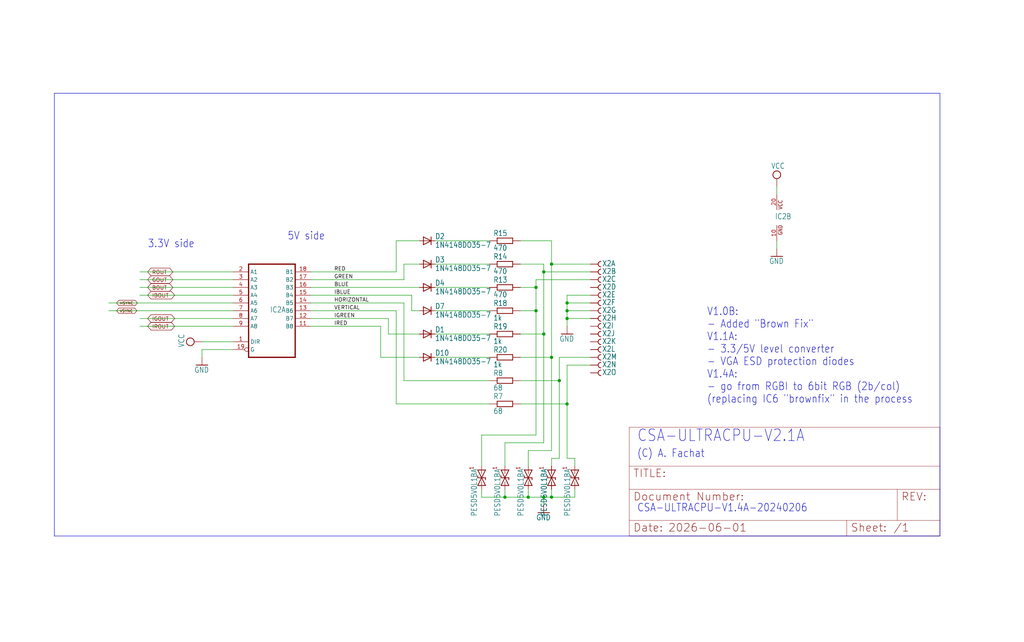
<source format=kicad_sch>
(kicad_sch (version 20231120) (generator "eeschema") (generator_version "8.0")
  (paper "User" 334.823 210.007)
  (lib_symbols
    (symbol "csa_ultracpu-eagle-import:1N4148DO35-7"
      (property "Reference" "D" (at 2.54 0.4826 0))
      (symbol "1N4148DO35-7_1_0"
        (polyline (pts (xy -1.27 -1.27) (xy 1.27 0)) (stroke (width 0.254)))
        (polyline (pts (xy -1.27 1.27) (xy -1.27 -1.27)) (stroke (width 0.254)))
        (polyline (pts (xy 1.27 0) (xy -1.27 1.27)) (stroke (width 0.254)))
        (polyline (pts (xy 1.27 0) (xy 1.27 -1.27)) (stroke (width 0.254)))
        (polyline (pts (xy 1.27 1.27) (xy 1.27 0)) (stroke (width 0.254)))
        (pin passive line (at -2.54 0 0) (length 2.54) (name "A") (number "A"))
        (pin passive line (at 2.54 0 180) (length 2.54) (name "C") (number "C"))
      )
    )
    (symbol "csa_ultracpu-eagle-import:74245DW"
      (property "Reference" "IC" (at -0.635 -0.635 0))
      (symbol "74245DW_1_0"
        (polyline (pts (xy -7.62 -15.24) (xy 7.62 -15.24)) (stroke (width 0.4064)))
        (polyline (pts (xy -7.62 15.24) (xy -7.62 -15.24)) (stroke (width 0.4064)))
        (polyline (pts (xy 7.62 -15.24) (xy 7.62 15.24)) (stroke (width 0.4064)))
        (polyline (pts (xy 7.62 15.24) (xy -7.62 15.24)) (stroke (width 0.4064)))
        (pin input line (at -12.7 -10.16 0) (length 5.08) (name "DIR") (number "1"))
        (pin bidirectional line (at 12.7 -5.08 180) (length 5.08) (name "B8") (number "11"))
        (pin bidirectional line (at 12.7 -2.54 180) (length 5.08) (name "B7") (number "12"))
        (pin bidirectional line (at 12.7 0 180) (length 5.08) (name "B6") (number "13"))
        (pin bidirectional line (at 12.7 2.54 180) (length 5.08) (name "B5") (number "14"))
        (pin bidirectional line (at 12.7 5.08 180) (length 5.08) (name "B4") (number "15"))
        (pin bidirectional line (at 12.7 7.62 180) (length 5.08) (name "B3") (number "16"))
        (pin bidirectional line (at 12.7 10.16 180) (length 5.08) (name "B2") (number "17"))
        (pin bidirectional line (at 12.7 12.7 180) (length 5.08) (name "B1") (number "18"))
        (pin input inverted (at -12.7 -12.7 0) (length 5.08) (name "G") (number "19"))
        (pin bidirectional line (at -12.7 12.7 0) (length 5.08) (name "A1") (number "2"))
        (pin bidirectional line (at -12.7 10.16 0) (length 5.08) (name "A2") (number "3"))
        (pin bidirectional line (at -12.7 7.62 0) (length 5.08) (name "A3") (number "4"))
        (pin bidirectional line (at -12.7 5.08 0) (length 5.08) (name "A4") (number "5"))
        (pin bidirectional line (at -12.7 2.54 0) (length 5.08) (name "A5") (number "6"))
        (pin bidirectional line (at -12.7 0 0) (length 5.08) (name "A6") (number "7"))
        (pin bidirectional line (at -12.7 -2.54 0) (length 5.08) (name "A7") (number "8"))
        (pin bidirectional line (at -12.7 -5.08 0) (length 5.08) (name "A8") (number "9"))
      )
      (symbol "74245DW_2_0"
        (text "GND" (at 1.905 -5.842 900) (effects (font (size 1.27 1.0795)) (justify left bottom)))
        (text "VCC" (at 1.905 2.54 900) (effects (font (size 1.27 1.0795)) (justify left bottom)))
        (pin power_in line (at 0 -7.62 90) (length 5.08) (name "GND") (number "10"))
        (pin power_in line (at 0 7.62 270) (length 5.08) (name "VCC") (number "20"))
      )
    )
    (symbol "csa_ultracpu-eagle-import:D-SUB15-HDR15RA"
      (property "Reference" "X" (at 1.27 -0.762 0))
      (symbol "D-SUB15-HDR15RA_1_0"
        (arc (start 0.889 0.889) (mid 0 0) (end 0.889 -0.889) (stroke (width 0.254)))
        (pin passive line (at -2.54 0 0) (length 2.54) (name "F") (number "1"))
      )
      (symbol "D-SUB15-HDR15RA_2_0"
        (arc (start 0.889 0.889) (mid 0 0) (end 0.889 -0.889) (stroke (width 0.254)))
        (pin passive line (at -2.54 0 0) (length 2.54) (name "F") (number "2"))
      )
      (symbol "D-SUB15-HDR15RA_3_0"
        (arc (start 0.889 0.889) (mid 0 0) (end 0.889 -0.889) (stroke (width 0.254)))
        (pin passive line (at -2.54 0 0) (length 2.54) (name "F") (number "3"))
      )
      (symbol "D-SUB15-HDR15RA_4_0"
        (arc (start 0.889 0.889) (mid 0 0) (end 0.889 -0.889) (stroke (width 0.254)))
        (pin passive line (at -2.54 0 0) (length 2.54) (name "F") (number "4"))
      )
      (symbol "D-SUB15-HDR15RA_5_0"
        (arc (start 0.889 0.889) (mid 0 0) (end 0.889 -0.889) (stroke (width 0.254)))
        (pin passive line (at -2.54 0 0) (length 2.54) (name "F") (number "5"))
      )
      (symbol "D-SUB15-HDR15RA_6_0"
        (arc (start 0.889 0.889) (mid 0 0) (end 0.889 -0.889) (stroke (width 0.254)))
        (pin passive line (at -2.54 0 0) (length 2.54) (name "F") (number "6"))
      )
      (symbol "D-SUB15-HDR15RA_7_0"
        (arc (start 0.889 0.889) (mid 0 0) (end 0.889 -0.889) (stroke (width 0.254)))
        (pin passive line (at -2.54 0 0) (length 2.54) (name "F") (number "7"))
      )
      (symbol "D-SUB15-HDR15RA_8_0"
        (arc (start 0.889 0.889) (mid 0 0) (end 0.889 -0.889) (stroke (width 0.254)))
        (pin passive line (at -2.54 0 0) (length 2.54) (name "F") (number "8"))
      )
      (symbol "D-SUB15-HDR15RA_9_0"
        (arc (start 0.889 0.889) (mid 0 0) (end 0.889 -0.889) (stroke (width 0.254)))
        (pin passive line (at -2.54 0 0) (length 2.54) (name "F") (number "9"))
      )
      (symbol "D-SUB15-HDR15RA_10_0"
        (arc (start 0.889 0.889) (mid 0 0) (end 0.889 -0.889) (stroke (width 0.254)))
        (pin passive line (at -2.54 0 0) (length 2.54) (name "F") (number "10"))
      )
      (symbol "D-SUB15-HDR15RA_11_0"
        (arc (start 0.889 0.889) (mid 0 0) (end 0.889 -0.889) (stroke (width 0.254)))
        (pin passive line (at -2.54 0 0) (length 2.54) (name "F") (number "11"))
      )
      (symbol "D-SUB15-HDR15RA_12_0"
        (arc (start 0.889 0.889) (mid 0 0) (end 0.889 -0.889) (stroke (width 0.254)))
        (pin passive line (at -2.54 0 0) (length 2.54) (name "F") (number "12"))
      )
      (symbol "D-SUB15-HDR15RA_13_0"
        (arc (start 0.889 0.889) (mid 0 0) (end 0.889 -0.889) (stroke (width 0.254)))
        (pin passive line (at -2.54 0 0) (length 2.54) (name "F") (number "13"))
      )
      (symbol "D-SUB15-HDR15RA_14_0"
        (arc (start 0.889 0.889) (mid 0 0) (end 0.889 -0.889) (stroke (width 0.254)))
        (pin passive line (at -2.54 0 0) (length 2.54) (name "F") (number "14"))
      )
      (symbol "D-SUB15-HDR15RA_15_0"
        (arc (start 0.889 0.889) (mid 0 0) (end 0.889 -0.889) (stroke (width 0.254)))
        (pin passive line (at -2.54 0 0) (length 2.54) (name "F") (number "15"))
      )
    )
    (symbol "csa_ultracpu-eagle-import:DOCFIELD"
      (symbol "DOCFIELD_1_0"
        (polyline (pts (xy 0 0) (xy 0 5.08)) (stroke (width 0.1016)))
        (polyline (pts (xy 0 0) (xy 71.12 0)) (stroke (width 0.1016)))
        (polyline (pts (xy 0 5.08) (xy 0 15.24)) (stroke (width 0.1016)))
        (polyline (pts (xy 0 5.08) (xy 71.12 5.08)) (stroke (width 0.1016)))
        (polyline (pts (xy 0 15.24) (xy 0 22.86)) (stroke (width 0.1016)))
        (polyline (pts (xy 0 22.86) (xy 0 35.56)) (stroke (width 0.1016)))
        (polyline (pts (xy 0 22.86) (xy 101.6 22.86)) (stroke (width 0.1016)))
        (polyline (pts (xy 71.12 0) (xy 101.6 0)) (stroke (width 0.1016)))
        (polyline (pts (xy 71.12 5.08) (xy 71.12 0)) (stroke (width 0.1016)))
        (polyline (pts (xy 71.12 5.08) (xy 87.63 5.08)) (stroke (width 0.1016)))
        (polyline (pts (xy 87.63 5.08) (xy 101.6 5.08)) (stroke (width 0.1016)))
        (polyline (pts (xy 87.63 15.24) (xy 0 15.24)) (stroke (width 0.1016)))
        (polyline (pts (xy 87.63 15.24) (xy 87.63 5.08)) (stroke (width 0.1016)))
        (polyline (pts (xy 101.6 5.08) (xy 101.6 0)) (stroke (width 0.1016)))
        (polyline (pts (xy 101.6 15.24) (xy 87.63 15.24)) (stroke (width 0.1016)))
        (polyline (pts (xy 101.6 15.24) (xy 101.6 5.08)) (stroke (width 0.1016)))
        (polyline (pts (xy 101.6 22.86) (xy 101.6 15.24)) (stroke (width 0.1016)))
        (polyline (pts (xy 101.6 35.56) (xy 0 35.56)) (stroke (width 0.1016)))
        (polyline (pts (xy 101.6 35.56) (xy 101.6 22.86)) (stroke (width 0.1016)))
        (text "${#}/${##}" (at 86.36 1.27 0) (effects (font (size 2.54 2.54)) (justify left bottom)))
        (text "${CURRENT_DATE}" (at 12.7 1.27 0) (effects (font (size 2.54 2.54)) (justify left bottom)))
        (text "${PROJECTNAME}" (at 17.78 19.05 0) (effects (font (size 2.54 2.54)) (justify left bottom)))
        (text "Date:" (at 1.27 1.27 0) (effects (font (size 2.54 2.54)) (justify left bottom)))
        (text "Document Number:" (at 1.27 11.43 0) (effects (font (size 2.54 2.54)) (justify left bottom)))
        (text "REV:" (at 88.9 11.43 0) (effects (font (size 2.54 2.54)) (justify left bottom)))
        (text "Sheet:" (at 72.39 1.27 0) (effects (font (size 2.54 2.54)) (justify left bottom)))
        (text "TITLE:" (at 1.27 19.05 0) (effects (font (size 2.54 2.54)) (justify left bottom)))
      )
    )
    (symbol "csa_ultracpu-eagle-import:ESDBIDIR"
      (symbol "ESDBIDIR_1_0"
        (polyline (pts (xy -3.81 -1.27) (xy -1.27 0)) (stroke (width 0.254)))
        (polyline (pts (xy -3.81 1.27) (xy -3.81 -1.27)) (stroke (width 0.254)))
        (polyline (pts (xy -1.27 -1.27) (xy -1.905 -1.27)) (stroke (width 0.254)))
        (polyline (pts (xy -1.27 0) (xy -3.81 1.27)) (stroke (width 0.254)))
        (polyline (pts (xy -1.27 0) (xy -1.27 -1.27)) (stroke (width 0.254)))
        (polyline (pts (xy -1.27 0) (xy 1.27 1.27)) (stroke (width 0.254)))
        (polyline (pts (xy -1.27 1.27) (xy -1.27 0)) (stroke (width 0.254)))
        (polyline (pts (xy -0.635 1.27) (xy -1.27 1.27)) (stroke (width 0.254)))
        (polyline (pts (xy 1.27 -1.27) (xy -1.27 0)) (stroke (width 0.254)))
        (polyline (pts (xy 1.27 1.27) (xy 1.27 -1.27)) (stroke (width 0.254)))
        (text "1" (at -5.08 -2.54 0) (effects (font (size 1.27 1.0795)) (justify left bottom)))
        (pin passive line (at 2.54 0 180) (length 2.54) (name "2") (number "1"))
        (pin passive line (at -5.08 0 0) (length 2.54) (name "1") (number "2"))
      )
    )
    (symbol "csa_ultracpu-eagle-import:GND" (power)
      (symbol "GND_1_0"
        (polyline (pts (xy -1.905 0) (xy 1.905 0)) (stroke (width 0.254)))
        (pin power_in line (at 0 2.54 270) (length 2.54) (name "GND") (number "1"))
      )
    )
    (symbol "csa_ultracpu-eagle-import:R-EU_0204/2V"
      (property "Reference" "R" (at -3.81 1.4986 0))
      (symbol "R-EU_0204/2V_1_0"
        (polyline (pts (xy -2.54 -0.889) (xy -2.54 0.889)) (stroke (width 0.254)))
        (polyline (pts (xy -2.54 -0.889) (xy 2.54 -0.889)) (stroke (width 0.254)))
        (polyline (pts (xy 2.54 -0.889) (xy 2.54 0.889)) (stroke (width 0.254)))
        (polyline (pts (xy 2.54 0.889) (xy -2.54 0.889)) (stroke (width 0.254)))
        (pin passive line (at -5.08 0 0) (length 2.54) (name "1") (number "1"))
        (pin passive line (at 5.08 0 180) (length 2.54) (name "2") (number "2"))
      )
    )
    (symbol "csa_ultracpu-eagle-import:VCC" (power)
      (symbol "VCC_1_0"
        (circle (center 0 1.27) (radius 1.27) (stroke (width 0.254)))
        (pin power_in line (at 0 -2.54 90) (length 2.54) (name "VCC") (number "1"))
      )
    )
  )
  (junction (at 165.1 162.56))
  (junction (at 180.34 116.84))
  (junction (at 185.42 101.6))
  (junction (at 177.8 109.22))
  (junction (at 172.72 162.56))
  (junction (at 185.42 104.14))
  (junction (at 177.8 88.9))
  (junction (at 175.26 93.98))
  (junction (at 185.42 99.06))
  (junction (at 185.42 132.08))
  (junction (at 175.26 101.6))
  (junction (at 182.88 124.46))
  (junction (at 180.34 162.56))
  (junction (at 180.34 86.36))
  (junction (at 177.8 162.56))
  (wire (pts (xy 177.8 88.9) (xy 193.04 88.9)) (stroke (width 0.1524)))
  (wire (pts (xy 76.2 91.44) (xy 45.72 91.44)) (stroke (width 0.1524)))
  (wire (pts (xy 185.42 119.38) (xy 193.04 119.38)) (stroke (width 0.1524)))
  (wire (pts (xy 175.26 93.98) (xy 175.26 91.44)) (stroke (width 0.1524)))
  (wire (pts (xy 124.46 116.84) (xy 137.16 116.84)) (stroke (width 0.1524)))
  (wire (pts (xy 182.88 124.46) (xy 182.88 116.84)) (stroke (width 0.1524)))
  (wire (pts (xy 132.08 99.06) (xy 132.08 124.46)) (stroke (width 0.1524)))
  (wire (pts (xy 175.26 91.44) (xy 193.04 91.44)) (stroke (width 0.1524)))
  (wire (pts (xy 172.72 160.02) (xy 172.72 162.56)) (stroke (width 0.1524)))
  (polyline (pts (xy 17.78 175.26) (xy 17.78 30.48)) (stroke (width 0.1524) (type solid)))
  (wire (pts (xy 76.2 88.9) (xy 45.72 88.9)) (stroke (width 0.1524)))
  (wire (pts (xy 182.88 124.46) (xy 182.88 149.86)) (stroke (width 0.1524)))
  (wire (pts (xy 172.72 162.56) (xy 165.1 162.56)) (stroke (width 0.1524)))
  (wire (pts (xy 170.18 109.22) (xy 177.8 109.22)) (stroke (width 0.1524)))
  (wire (pts (xy 134.62 96.52) (xy 134.62 101.6)) (stroke (width 0.1524)))
  (wire (pts (xy 132.08 86.36) (xy 137.16 86.36)) (stroke (width 0.1524)))
  (wire (pts (xy 101.6 101.6) (xy 129.54 101.6)) (stroke (width 0.1524)))
  (wire (pts (xy 35.56 101.6) (xy 76.2 101.6)) (stroke (width 0.1524)))
  (wire (pts (xy 165.1 152.4) (xy 165.1 144.78)) (stroke (width 0.1524)))
  (polyline (pts (xy 17.78 175.26) (xy 307.34 175.26)) (stroke (width 0.1524) (type solid)))
  (wire (pts (xy 66.04 114.3) (xy 66.04 116.84)) (stroke (width 0.1524)))
  (wire (pts (xy 76.2 114.3) (xy 66.04 114.3)) (stroke (width 0.1524)))
  (wire (pts (xy 185.42 149.86) (xy 187.96 149.86)) (stroke (width 0.1524)))
  (wire (pts (xy 187.96 162.56) (xy 180.34 162.56)) (stroke (width 0.1524)))
  (wire (pts (xy 76.2 93.98) (xy 45.72 93.98)) (stroke (width 0.1524)))
  (wire (pts (xy 129.54 88.9) (xy 129.54 78.74)) (stroke (width 0.1524)))
  (wire (pts (xy 142.24 86.36) (xy 160.02 86.36)) (stroke (width 0.1524)))
  (wire (pts (xy 132.08 124.46) (xy 160.02 124.46)) (stroke (width 0.1524)))
  (wire (pts (xy 182.88 149.86) (xy 180.34 149.86)) (stroke (width 0.1524)))
  (wire (pts (xy 175.26 101.6) (xy 175.26 142.24)) (stroke (width 0.1524)))
  (wire (pts (xy 170.18 132.08) (xy 185.42 132.08)) (stroke (width 0.1524)))
  (wire (pts (xy 137.16 109.22) (xy 127 109.22)) (stroke (width 0.1524)))
  (wire (pts (xy 170.18 124.46) (xy 182.88 124.46)) (stroke (width 0.1524)))
  (wire (pts (xy 76.2 96.52) (xy 45.72 96.52)) (stroke (width 0.1524)))
  (wire (pts (xy 172.72 152.4) (xy 172.72 147.32)) (stroke (width 0.1524)))
  (wire (pts (xy 177.8 144.78) (xy 177.8 109.22)) (stroke (width 0.1524)))
  (wire (pts (xy 180.34 86.36) (xy 193.04 86.36)) (stroke (width 0.1524)))
  (wire (pts (xy 175.26 101.6) (xy 175.26 93.98)) (stroke (width 0.1524)))
  (wire (pts (xy 165.1 160.02) (xy 165.1 162.56)) (stroke (width 0.1524)))
  (wire (pts (xy 193.04 96.52) (xy 185.42 96.52)) (stroke (width 0.1524)))
  (wire (pts (xy 129.54 101.6) (xy 129.54 132.08)) (stroke (width 0.1524)))
  (wire (pts (xy 175.26 142.24) (xy 157.48 142.24)) (stroke (width 0.1524)))
  (wire (pts (xy 180.34 162.56) (xy 177.8 162.56)) (stroke (width 0.1524)))
  (wire (pts (xy 76.2 106.68) (xy 45.72 106.68)) (stroke (width 0.1524)))
  (wire (pts (xy 254 60.96) (xy 254 63.5)) (stroke (width 0.1524)))
  (wire (pts (xy 165.1 162.56) (xy 157.48 162.56)) (stroke (width 0.1524)))
  (wire (pts (xy 187.96 152.4) (xy 187.96 149.86)) (stroke (width 0.1524)))
  (wire (pts (xy 177.8 162.56) (xy 172.72 162.56)) (stroke (width 0.1524)))
  (wire (pts (xy 157.48 142.24) (xy 157.48 152.4)) (stroke (width 0.1524)))
  (wire (pts (xy 187.96 160.02) (xy 187.96 162.56)) (stroke (width 0.1524)))
  (wire (pts (xy 185.42 96.52) (xy 185.42 99.06)) (stroke (width 0.1524)))
  (wire (pts (xy 134.62 101.6) (xy 137.16 101.6)) (stroke (width 0.1524)))
  (wire (pts (xy 101.6 91.44) (xy 132.08 91.44)) (stroke (width 0.1524)))
  (wire (pts (xy 129.54 132.08) (xy 160.02 132.08)) (stroke (width 0.1524)))
  (wire (pts (xy 127 109.22) (xy 127 104.14)) (stroke (width 0.1524)))
  (polyline (pts (xy 17.78 30.48) (xy 307.34 30.48)) (stroke (width 0.1524) (type solid)))
  (wire (pts (xy 124.46 106.68) (xy 124.46 116.84)) (stroke (width 0.1524)))
  (wire (pts (xy 177.8 88.9) (xy 177.8 86.36)) (stroke (width 0.1524)))
  (wire (pts (xy 101.6 88.9) (xy 129.54 88.9)) (stroke (width 0.1524)))
  (wire (pts (xy 142.24 93.98) (xy 160.02 93.98)) (stroke (width 0.1524)))
  (wire (pts (xy 254 78.74) (xy 254 81.28)) (stroke (width 0.1524)))
  (wire (pts (xy 170.18 101.6) (xy 175.26 101.6)) (stroke (width 0.1524)))
  (wire (pts (xy 185.42 101.6) (xy 185.42 104.14)) (stroke (width 0.1524)))
  (wire (pts (xy 66.04 111.76) (xy 76.2 111.76)) (stroke (width 0.1524)))
  (wire (pts (xy 101.6 93.98) (xy 137.16 93.98)) (stroke (width 0.1524)))
  (wire (pts (xy 185.42 132.08) (xy 185.42 149.86)) (stroke (width 0.1524)))
  (wire (pts (xy 170.18 116.84) (xy 180.34 116.84)) (stroke (width 0.1524)))
  (wire (pts (xy 76.2 104.14) (xy 45.72 104.14)) (stroke (width 0.1524)))
  (wire (pts (xy 132.08 91.44) (xy 132.08 86.36)) (stroke (width 0.1524)))
  (wire (pts (xy 160.02 109.22) (xy 142.24 109.22)) (stroke (width 0.1524)))
  (wire (pts (xy 177.8 109.22) (xy 177.8 88.9)) (stroke (width 0.1524)))
  (wire (pts (xy 180.34 147.32) (xy 180.34 116.84)) (stroke (width 0.1524)))
  (wire (pts (xy 170.18 78.74) (xy 180.34 78.74)) (stroke (width 0.1524)))
  (wire (pts (xy 165.1 144.78) (xy 177.8 144.78)) (stroke (width 0.1524)))
  (wire (pts (xy 142.24 78.74) (xy 160.02 78.74)) (stroke (width 0.1524)))
  (wire (pts (xy 142.24 101.6) (xy 160.02 101.6)) (stroke (width 0.1524)))
  (wire (pts (xy 160.02 116.84) (xy 142.24 116.84)) (stroke (width 0.1524)))
  (wire (pts (xy 185.42 132.08) (xy 185.42 119.38)) (stroke (width 0.1524)))
  (wire (pts (xy 157.48 160.02) (xy 157.48 162.56)) (stroke (width 0.1524)))
  (wire (pts (xy 193.04 99.06) (xy 185.42 99.06)) (stroke (width 0.1524)))
  (wire (pts (xy 185.42 99.06) (xy 185.42 101.6)) (stroke (width 0.1524)))
  (wire (pts (xy 35.56 99.06) (xy 76.2 99.06)) (stroke (width 0.1524)))
  (wire (pts (xy 170.18 93.98) (xy 175.26 93.98)) (stroke (width 0.1524)))
  (wire (pts (xy 172.72 147.32) (xy 180.34 147.32)) (stroke (width 0.1524)))
  (wire (pts (xy 182.88 116.84) (xy 193.04 116.84)) (stroke (width 0.1524)))
  (wire (pts (xy 101.6 96.52) (xy 134.62 96.52)) (stroke (width 0.1524)))
  (wire (pts (xy 101.6 99.06) (xy 132.08 99.06)) (stroke (width 0.1524)))
  (wire (pts (xy 185.42 104.14) (xy 185.42 106.68)) (stroke (width 0.1524)))
  (wire (pts (xy 101.6 106.68) (xy 124.46 106.68)) (stroke (width 0.1524)))
  (wire (pts (xy 177.8 86.36) (xy 170.18 86.36)) (stroke (width 0.1524)))
  (polyline (pts (xy 307.34 175.26) (xy 307.34 30.48)) (stroke (width 0.1524) (type solid)))
  (wire (pts (xy 193.04 104.14) (xy 185.42 104.14)) (stroke (width 0.1524)))
  (wire (pts (xy 180.34 160.02) (xy 180.34 162.56)) (stroke (width 0.1524)))
  (wire (pts (xy 180.34 116.84) (xy 180.34 86.36)) (stroke (width 0.1524)))
  (wire (pts (xy 127 104.14) (xy 101.6 104.14)) (stroke (width 0.1524)))
  (wire (pts (xy 180.34 152.4) (xy 180.34 149.86)) (stroke (width 0.1524)))
  (wire (pts (xy 129.54 78.74) (xy 137.16 78.74)) (stroke (width 0.1524)))
  (wire (pts (xy 180.34 78.74) (xy 180.34 86.36)) (stroke (width 0.1524)))
  (wire (pts (xy 177.8 162.56) (xy 177.8 165.1)) (stroke (width 0.1524)))
  (wire (pts (xy 193.04 101.6) (xy 185.42 101.6)) (stroke (width 0.1524)))
  (text "(C) A. Fachat" (at 208.28 149.86 0) (effects (font (size 2.54 2.159)) (justify left bottom)))
  (text "CSA-ULTRACPU-V1.4A-20240206" (at 208.28 167.64 0) (effects (font (size 2.54 2.159)) (justify left bottom)))
  (text "5V side" (at 93.98 78.74 0) (effects (font (size 2.54 2.159)) (justify left bottom)))
  (text "V1.0B:\n- Added \"Brown Fix\"\nV1.1A:\n- 3.3/5V level converter\n- VGA ESD protection diodes\nV1.4A:\n- go from RGBI to 6bit RGB (2b/col)\n(replacing IC6 \"brownfix\" in the process" (at 231.14 132.08 0) (effects (font (size 2.54 2.159)) (justify left bottom)))
  (text "3.3V side" (at 48.26 81.28 0) (effects (font (size 2.54 2.159)) (justify left bottom)))
  (text "CSA-ULTRACPU-V2.1A" (at 208.28 144.78 0) (effects (font (size 3.81 3.2385)) (justify left bottom)))
  (label "RED" (at 109.22 88.9 0) (effects (font (size 1.2446 1.2446))))
  (label "IGREEN" (at 109.22 104.14 0) (effects (font (size 1.2446 1.2446))))
  (label "VERTICAL" (at 109.22 101.6 0) (effects (font (size 1.2446 1.2446))))
  (label "IBLUE" (at 109.22 96.52 0) (effects (font (size 1.2446 1.2446))))
  (label "GREEN" (at 109.22 91.44 0) (effects (font (size 1.2446 1.2446))))
  (label "HORIZONTAL" (at 109.22 99.06 0) (effects (font (size 1.2446 1.2446))))
  (label "BLUE" (at 109.22 93.98 0) (effects (font (size 1.2446 1.2446))))
  (label "IRED" (at 109.22 106.68 0) (effects (font (size 1.2446 1.2446))))
  (global_label "IGOUT" (shape bidirectional) (at 48.26 104.14 0) (effects (font (size 1.2446 1.2446))) (property "Intersheetrefs" "${INTERSHEET_REFS}" (effects (hide yes))))
  (global_label "IBOUT" (shape bidirectional) (at 48.26 96.52 0) (effects (font (size 1.2446 1.2446))) (property "Intersheetrefs" "${INTERSHEET_REFS}" (effects (hide yes))))
  (global_label "HSYNC" (shape bidirectional) (at 38.1 99.06 0) (effects (font (size 0.889 0.889))) (property "Intersheetrefs" "${INTERSHEET_REFS}" (effects (hide yes))))
  (global_label "ROUT" (shape bidirectional) (at 48.26 88.9 0) (effects (font (size 1.2446 1.2446))) (property "Intersheetrefs" "${INTERSHEET_REFS}" (effects (hide yes))))
  (global_label "VSYNC" (shape bidirectional) (at 38.1 101.6 0) (effects (font (size 0.889 0.889))) (property "Intersheetrefs" "${INTERSHEET_REFS}" (effects (hide yes))))
  (global_label "IROUT" (shape bidirectional) (at 48.26 106.68 0) (effects (font (size 1.2446 1.2446))) (property "Intersheetrefs" "${INTERSHEET_REFS}" (effects (hide yes))))
  (global_label "GOUT" (shape bidirectional) (at 48.26 91.44 0) (effects (font (size 1.2446 1.2446))) (property "Intersheetrefs" "${INTERSHEET_REFS}" (effects (hide yes))))
  (global_label "BOUT" (shape bidirectional) (at 48.26 93.98 0) (effects (font (size 1.2446 1.2446))) (property "Intersheetrefs" "${INTERSHEET_REFS}" (effects (hide yes))))
  (symbol (lib_id "csa_ultracpu-eagle-import:1N4148DO35-7") (at 139.7 109.22 0) (unit 1)
    (property "Reference" "D1" (at 142.24 108.7374 0) (effects (font (size 1.778 1.5113)) (justify left bottom)))
    (property "Value" "1N4148DO35-7" (at 142.24 111.5314 0) (effects (font (size 1.778 1.5113)) (justify left bottom)))
    (property "Footprint" "csa_ultracpu:DO35-7" (effects (hide yes)))
  )
  (symbol (lib_id "csa_ultracpu-eagle-import:1N4148DO35-7") (at 139.7 101.6 0) (unit 1)
    (property "Reference" "D7" (at 142.24 101.1174 0) (effects (font (size 1.778 1.5113)) (justify left bottom)))
    (property "Value" "1N4148DO35-7" (at 142.24 103.9114 0) (effects (font (size 1.778 1.5113)) (justify left bottom)))
    (property "Footprint" "csa_ultracpu:DO35-7" (effects (hide yes)))
  )
  (symbol (lib_id "csa_ultracpu-eagle-import:ESDBIDIR") (at 157.48 157.48 270) (unit 1)
    (property "Reference" "U$11" (effects (hide yes)))
    (property "Value" "PESD5V0L1BA" (at 154.051 153.162 0) (effects (font (size 1.778 1.5113)) (justify left bottom)))
    (property "Footprint" "csa_ultracpu:SOD323" (effects (hide yes)))
  )
  (symbol (lib_id "csa_ultracpu-eagle-import:GND") (at 66.04 119.38 0) (unit 1)
    (property "Reference" "#GND013" (effects (hide yes)))
    (property "Value" "GND" (at 63.5 121.92 0) (effects (font (size 1.778 1.5113)) (justify left bottom)))
  )
  (symbol (lib_id "csa_ultracpu-eagle-import:D-SUB15-HDR15RA") (at 195.58 101.6 0) (unit 7)
    (property "Reference" "X2" (at 196.85 102.362 0) (effects (font (size 1.778 1.5113)) (justify left bottom)))
    (property "Value" "D-SUB15-HDR15RA" (effects (hide yes)))
    (property "Footprint" "csa_ultracpu:HDR15RA" (effects (hide yes)))
  )
  (symbol (lib_id "csa_ultracpu-eagle-import:74245DW") (at 88.9 101.6 0) (unit 1)
    (property "Reference" "IC2" (at 88.265 102.235 0) (effects (font (size 1.778 1.5113)) (justify left bottom)))
    (property "Value" "74HCT245DW" (effects (hide yes)))
    (property "Footprint" "csa_ultracpu:SO20W" (effects (hide yes)))
  )
  (symbol (lib_id "csa_ultracpu-eagle-import:D-SUB15-HDR15RA") (at 195.58 93.98 0) (unit 4)
    (property "Reference" "X2" (at 196.85 94.742 0) (effects (font (size 1.778 1.5113)) (justify left bottom)))
    (property "Value" "D-SUB15-HDR15RA" (effects (hide yes)))
    (property "Footprint" "csa_ultracpu:HDR15RA" (effects (hide yes)))
  )
  (symbol (lib_id "csa_ultracpu-eagle-import:1N4148DO35-7") (at 139.7 86.36 0) (unit 1)
    (property "Reference" "D3" (at 142.24 85.8774 0) (effects (font (size 1.778 1.5113)) (justify left bottom)))
    (property "Value" "1N4148DO35-7" (at 142.24 88.6714 0) (effects (font (size 1.778 1.5113)) (justify left bottom)))
    (property "Footprint" "csa_ultracpu:DO35-7" (effects (hide yes)))
  )
  (symbol (lib_id "csa_ultracpu-eagle-import:D-SUB15-HDR15RA") (at 195.58 104.14 0) (unit 8)
    (property "Reference" "X2" (at 196.85 104.902 0) (effects (font (size 1.778 1.5113)) (justify left bottom)))
    (property "Value" "D-SUB15-HDR15RA" (effects (hide yes)))
    (property "Footprint" "csa_ultracpu:HDR15RA" (effects (hide yes)))
  )
  (symbol (lib_id "csa_ultracpu-eagle-import:DOCFIELD") (at 205.74 175.26 0) (unit 1)
    (property "Reference" "#FRAME4" (effects (hide yes)))
    (property "Value" "DOCFIELD" (effects (hide yes)))
  )
  (symbol (lib_id "csa_ultracpu-eagle-import:D-SUB15-HDR15RA") (at 195.58 121.92 0) (unit 15)
    (property "Reference" "X2" (at 196.85 122.682 0) (effects (font (size 1.778 1.5113)) (justify left bottom)))
    (property "Value" "D-SUB15-HDR15RA" (effects (hide yes)))
    (property "Footprint" "csa_ultracpu:HDR15RA" (effects (hide yes)))
  )
  (symbol (lib_id "csa_ultracpu-eagle-import:D-SUB15-HDR15RA") (at 195.58 116.84 0) (unit 13)
    (property "Reference" "X2" (at 196.85 117.602 0) (effects (font (size 1.778 1.5113)) (justify left bottom)))
    (property "Value" "D-SUB15-HDR15RA" (effects (hide yes)))
    (property "Footprint" "csa_ultracpu:HDR15RA" (effects (hide yes)))
  )
  (symbol (lib_id "csa_ultracpu-eagle-import:R-EU_0204/2V") (at 165.1 124.46 0) (unit 1)
    (property "Reference" "R8" (at 161.29 122.9614 0) (effects (font (size 1.778 1.5113)) (justify left bottom)))
    (property "Value" "68" (at 161.29 127.762 0) (effects (font (size 1.778 1.5113)) (justify left bottom)))
    (property "Footprint" "csa_ultracpu:0204V" (effects (hide yes)))
  )
  (symbol (lib_id "csa_ultracpu-eagle-import:ESDBIDIR") (at 180.34 157.48 270) (unit 1)
    (property "Reference" "U$6" (effects (hide yes)))
    (property "Value" "PESD5V0L1BA" (at 176.911 153.162 0) (effects (font (size 1.778 1.5113)) (justify left bottom)))
    (property "Footprint" "csa_ultracpu:SOD323" (effects (hide yes)))
  )
  (symbol (lib_id "csa_ultracpu-eagle-import:R-EU_0204/2V") (at 165.1 132.08 0) (unit 1)
    (property "Reference" "R7" (at 161.29 130.5814 0) (effects (font (size 1.778 1.5113)) (justify left bottom)))
    (property "Value" "68" (at 161.29 135.382 0) (effects (font (size 1.778 1.5113)) (justify left bottom)))
    (property "Footprint" "csa_ultracpu:0204V" (effects (hide yes)))
  )
  (symbol (lib_id "csa_ultracpu-eagle-import:R-EU_0204/2V") (at 165.1 109.22 0) (unit 1)
    (property "Reference" "R19" (at 161.29 107.7214 0) (effects (font (size 1.778 1.5113)) (justify left bottom)))
    (property "Value" "1k" (at 161.29 112.522 0) (effects (font (size 1.778 1.5113)) (justify left bottom)))
    (property "Footprint" "csa_ultracpu:0204V" (effects (hide yes)))
  )
  (symbol (lib_id "csa_ultracpu-eagle-import:R-EU_0204/2V") (at 165.1 101.6 0) (unit 1)
    (property "Reference" "R18" (at 161.29 100.1014 0) (effects (font (size 1.778 1.5113)) (justify left bottom)))
    (property "Value" "1k" (at 161.29 104.902 0) (effects (font (size 1.778 1.5113)) (justify left bottom)))
    (property "Footprint" "csa_ultracpu:0204V" (effects (hide yes)))
  )
  (symbol (lib_id "csa_ultracpu-eagle-import:ESDBIDIR") (at 165.1 157.48 270) (unit 1)
    (property "Reference" "U$10" (effects (hide yes)))
    (property "Value" "PESD5V0L1BA" (at 161.671 153.162 0) (effects (font (size 1.778 1.5113)) (justify left bottom)))
    (property "Footprint" "csa_ultracpu:SOD323" (effects (hide yes)))
  )
  (symbol (lib_id "csa_ultracpu-eagle-import:D-SUB15-HDR15RA") (at 195.58 119.38 0) (unit 14)
    (property "Reference" "X2" (at 196.85 120.142 0) (effects (font (size 1.778 1.5113)) (justify left bottom)))
    (property "Value" "D-SUB15-HDR15RA" (effects (hide yes)))
    (property "Footprint" "csa_ultracpu:HDR15RA" (effects (hide yes)))
  )
  (symbol (lib_id "csa_ultracpu-eagle-import:R-EU_0204/2V") (at 165.1 93.98 0) (unit 1)
    (property "Reference" "R13" (at 161.29 92.4814 0) (effects (font (size 1.778 1.5113)) (justify left bottom)))
    (property "Value" "470" (at 161.29 97.282 0) (effects (font (size 1.778 1.5113)) (justify left bottom)))
    (property "Footprint" "csa_ultracpu:0204V" (effects (hide yes)))
  )
  (symbol (lib_id "csa_ultracpu-eagle-import:D-SUB15-HDR15RA") (at 195.58 114.3 0) (unit 12)
    (property "Reference" "X2" (at 196.85 115.062 0) (effects (font (size 1.778 1.5113)) (justify left bottom)))
    (property "Value" "D-SUB15-HDR15RA" (effects (hide yes)))
    (property "Footprint" "csa_ultracpu:HDR15RA" (effects (hide yes)))
  )
  (symbol (lib_id "csa_ultracpu-eagle-import:R-EU_0204/2V") (at 165.1 78.74 0) (unit 1)
    (property "Reference" "R15" (at 161.29 77.2414 0) (effects (font (size 1.778 1.5113)) (justify left bottom)))
    (property "Value" "470" (at 161.29 82.042 0) (effects (font (size 1.778 1.5113)) (justify left bottom)))
    (property "Footprint" "csa_ultracpu:0204V" (effects (hide yes)))
  )
  (symbol (lib_id "csa_ultracpu-eagle-import:GND") (at 254 83.82 0) (unit 1)
    (property "Reference" "#GND022" (effects (hide yes)))
    (property "Value" "GND" (at 251.46 86.36 0) (effects (font (size 1.778 1.5113)) (justify left bottom)))
  )
  (symbol (lib_id "csa_ultracpu-eagle-import:R-EU_0204/2V") (at 165.1 116.84 0) (unit 1)
    (property "Reference" "R20" (at 161.29 115.3414 0) (effects (font (size 1.778 1.5113)) (justify left bottom)))
    (property "Value" "1k" (at 161.29 120.142 0) (effects (font (size 1.778 1.5113)) (justify left bottom)))
    (property "Footprint" "csa_ultracpu:0204V" (effects (hide yes)))
  )
  (symbol (lib_id "csa_ultracpu-eagle-import:GND") (at 177.8 167.64 0) (unit 1)
    (property "Reference" "#GND019" (effects (hide yes)))
    (property "Value" "GND" (at 175.26 170.18 0) (effects (font (size 1.778 1.5113)) (justify left bottom)))
  )
  (symbol (lib_id "csa_ultracpu-eagle-import:74245DW") (at 254 71.12 0) (unit 2)
    (property "Reference" "IC2" (at 253.365 71.755 0) (effects (font (size 1.778 1.5113)) (justify left bottom)))
    (property "Value" "74HCT245DW" (effects (hide yes)))
    (property "Footprint" "csa_ultracpu:SO20W" (effects (hide yes)))
  )
  (symbol (lib_id "csa_ultracpu-eagle-import:VCC") (at 63.5 111.76 90) (unit 1)
    (property "Reference" "#V02" (effects (hide yes)))
    (property "Value" "VCC" (at 60.325 113.665 0) (effects (font (size 1.778 1.5113)) (justify left bottom)))
  )
  (symbol (lib_id "csa_ultracpu-eagle-import:1N4148DO35-7") (at 139.7 116.84 0) (unit 1)
    (property "Reference" "D10" (at 142.24 116.3574 0) (effects (font (size 1.778 1.5113)) (justify left bottom)))
    (property "Value" "1N4148DO35-7" (at 142.24 119.1514 0) (effects (font (size 1.778 1.5113)) (justify left bottom)))
    (property "Footprint" "csa_ultracpu:DO35-7" (effects (hide yes)))
  )
  (symbol (lib_id "csa_ultracpu-eagle-import:D-SUB15-HDR15RA") (at 195.58 91.44 0) (unit 3)
    (property "Reference" "X2" (at 196.85 92.202 0) (effects (font (size 1.778 1.5113)) (justify left bottom)))
    (property "Value" "D-SUB15-HDR15RA" (effects (hide yes)))
    (property "Footprint" "csa_ultracpu:HDR15RA" (effects (hide yes)))
  )
  (symbol (lib_id "csa_ultracpu-eagle-import:D-SUB15-HDR15RA") (at 195.58 88.9 0) (unit 2)
    (property "Reference" "X2" (at 196.85 89.662 0) (effects (font (size 1.778 1.5113)) (justify left bottom)))
    (property "Value" "D-SUB15-HDR15RA" (effects (hide yes)))
    (property "Footprint" "csa_ultracpu:HDR15RA" (effects (hide yes)))
  )
  (symbol (lib_id "csa_ultracpu-eagle-import:VCC") (at 254 58.42 0) (unit 1)
    (property "Reference" "#V05" (effects (hide yes)))
    (property "Value" "VCC" (at 252.095 55.245 0) (effects (font (size 1.778 1.5113)) (justify left bottom)))
  )
  (symbol (lib_id "csa_ultracpu-eagle-import:1N4148DO35-7") (at 139.7 93.98 0) (unit 1)
    (property "Reference" "D4" (at 142.24 93.4974 0) (effects (font (size 1.778 1.5113)) (justify left bottom)))
    (property "Value" "1N4148DO35-7" (at 142.24 96.2914 0) (effects (font (size 1.778 1.5113)) (justify left bottom)))
    (property "Footprint" "csa_ultracpu:DO35-7" (effects (hide yes)))
  )
  (symbol (lib_id "csa_ultracpu-eagle-import:D-SUB15-HDR15RA") (at 195.58 96.52 0) (unit 5)
    (property "Reference" "X2" (at 196.85 97.282 0) (effects (font (size 1.778 1.5113)) (justify left bottom)))
    (property "Value" "D-SUB15-HDR15RA" (effects (hide yes)))
    (property "Footprint" "csa_ultracpu:HDR15RA" (effects (hide yes)))
  )
  (symbol (lib_id "csa_ultracpu-eagle-import:R-EU_0204/2V") (at 165.1 86.36 0) (unit 1)
    (property "Reference" "R14" (at 161.29 84.8614 0) (effects (font (size 1.778 1.5113)) (justify left bottom)))
    (property "Value" "470" (at 161.29 89.662 0) (effects (font (size 1.778 1.5113)) (justify left bottom)))
    (property "Footprint" "csa_ultracpu:0204V" (effects (hide yes)))
  )
  (symbol (lib_id "csa_ultracpu-eagle-import:1N4148DO35-7") (at 139.7 78.74 0) (unit 1)
    (property "Reference" "D2" (at 142.24 78.2574 0) (effects (font (size 1.778 1.5113)) (justify left bottom)))
    (property "Value" "1N4148DO35-7" (at 142.24 81.0514 0) (effects (font (size 1.778 1.5113)) (justify left bottom)))
    (property "Footprint" "csa_ultracpu:DO35-7" (effects (hide yes)))
  )
  (symbol (lib_id "csa_ultracpu-eagle-import:D-SUB15-HDR15RA") (at 195.58 109.22 0) (unit 10)
    (property "Reference" "X2" (at 196.85 109.982 0) (effects (font (size 1.778 1.5113)) (justify left bottom)))
    (property "Value" "D-SUB15-HDR15RA" (effects (hide yes)))
    (property "Footprint" "csa_ultracpu:HDR15RA" (effects (hide yes)))
  )
  (symbol (lib_id "csa_ultracpu-eagle-import:ESDBIDIR") (at 187.96 157.48 270) (unit 1)
    (property "Reference" "U$5" (effects (hide yes)))
    (property "Value" "PESD5V0L1BA" (at 184.531 153.162 0) (effects (font (size 1.778 1.5113)) (justify left bottom)))
    (property "Footprint" "csa_ultracpu:SOD323" (effects (hide yes)))
  )
  (symbol (lib_id "csa_ultracpu-eagle-import:D-SUB15-HDR15RA") (at 195.58 99.06 0) (unit 6)
    (property "Reference" "X2" (at 196.85 99.822 0) (effects (font (size 1.778 1.5113)) (justify left bottom)))
    (property "Value" "D-SUB15-HDR15RA" (effects (hide yes)))
    (property "Footprint" "csa_ultracpu:HDR15RA" (effects (hide yes)))
  )
  (symbol (lib_id "csa_ultracpu-eagle-import:D-SUB15-HDR15RA") (at 195.58 106.68 0) (unit 9)
    (property "Reference" "X2" (at 196.85 107.442 0) (effects (font (size 1.778 1.5113)) (justify left bottom)))
    (property "Value" "D-SUB15-HDR15RA" (effects (hide yes)))
    (property "Footprint" "csa_ultracpu:HDR15RA" (effects (hide yes)))
  )
  (symbol (lib_id "csa_ultracpu-eagle-import:D-SUB15-HDR15RA") (at 195.58 86.36 0) (unit 1)
    (property "Reference" "X2" (at 196.85 87.122 0) (effects (font (size 1.778 1.5113)) (justify left bottom)))
    (property "Value" "D-SUB15-HDR15RA" (effects (hide yes)))
    (property "Footprint" "csa_ultracpu:HDR15RA" (effects (hide yes)))
  )
  (symbol (lib_id "csa_ultracpu-eagle-import:D-SUB15-HDR15RA") (at 195.58 111.76 0) (unit 11)
    (property "Reference" "X2" (at 196.85 112.522 0) (effects (font (size 1.778 1.5113)) (justify left bottom)))
    (property "Value" "D-SUB15-HDR15RA" (effects (hide yes)))
    (property "Footprint" "csa_ultracpu:HDR15RA" (effects (hide yes)))
  )
  (symbol (lib_id "csa_ultracpu-eagle-import:GND") (at 185.42 109.22 0) (unit 1)
    (property "Reference" "#GND029" (effects (hide yes)))
    (property "Value" "GND" (at 182.88 111.76 0) (effects (font (size 1.778 1.5113)) (justify left bottom)))
  )
  (symbol (lib_id "csa_ultracpu-eagle-import:ESDBIDIR") (at 172.72 157.48 270) (unit 1)
    (property "Reference" "U$8" (effects (hide yes)))
    (property "Value" "PESD5V0L1BA" (at 169.291 153.162 0) (effects (font (size 1.778 1.5113)) (justify left bottom)))
    (property "Footprint" "csa_ultracpu:SOD323" (effects (hide yes)))
  )
)
</source>
